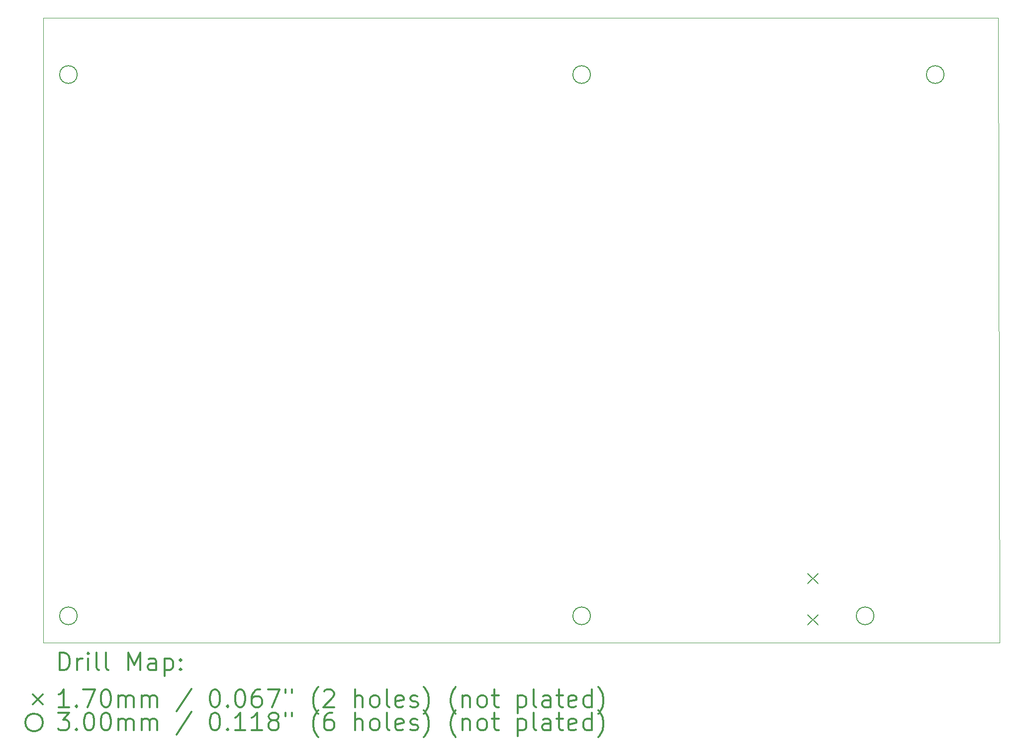
<source format=gbr>
%FSLAX45Y45*%
G04 Gerber Fmt 4.5, Leading zero omitted, Abs format (unit mm)*
G04 Created by KiCad (PCBNEW (5.1.7)-1) date 2020-11-18 10:27:59*
%MOMM*%
%LPD*%
G01*
G04 APERTURE LIST*
%TA.AperFunction,Profile*%
%ADD10C,0.050000*%
%TD*%
%ADD11C,0.200000*%
%ADD12C,0.300000*%
G04 APERTURE END LIST*
D10*
X3327400Y-3992200D02*
X3327400Y-4017600D01*
X19583400Y-3992200D02*
X3327400Y-3992200D01*
X19608800Y-14634800D02*
X19583400Y-3992200D01*
X3327400Y-14634800D02*
X19608800Y-14634800D01*
X3327400Y-4017600D02*
X3327400Y-14634800D01*
D11*
X16348800Y-13457600D02*
X16518800Y-13627600D01*
X16518800Y-13457600D02*
X16348800Y-13627600D01*
X16348800Y-14157600D02*
X16518800Y-14327600D01*
X16518800Y-14157600D02*
X16348800Y-14327600D01*
X3909200Y-4957400D02*
G75*
G03*
X3909200Y-4957400I-150000J0D01*
G01*
X3909200Y-14177600D02*
G75*
G03*
X3909200Y-14177600I-150000J0D01*
G01*
X18666600Y-4957400D02*
G75*
G03*
X18666600Y-4957400I-150000J0D01*
G01*
X12646800Y-4957400D02*
G75*
G03*
X12646800Y-4957400I-150000J0D01*
G01*
X17472800Y-14177600D02*
G75*
G03*
X17472800Y-14177600I-150000J0D01*
G01*
X12646800Y-14177600D02*
G75*
G03*
X12646800Y-14177600I-150000J0D01*
G01*
D12*
X3611328Y-15103014D02*
X3611328Y-14803014D01*
X3682757Y-14803014D01*
X3725614Y-14817300D01*
X3754186Y-14845871D01*
X3768471Y-14874443D01*
X3782757Y-14931586D01*
X3782757Y-14974443D01*
X3768471Y-15031586D01*
X3754186Y-15060157D01*
X3725614Y-15088729D01*
X3682757Y-15103014D01*
X3611328Y-15103014D01*
X3911328Y-15103014D02*
X3911328Y-14903014D01*
X3911328Y-14960157D02*
X3925614Y-14931586D01*
X3939900Y-14917300D01*
X3968471Y-14903014D01*
X3997043Y-14903014D01*
X4097043Y-15103014D02*
X4097043Y-14903014D01*
X4097043Y-14803014D02*
X4082757Y-14817300D01*
X4097043Y-14831586D01*
X4111328Y-14817300D01*
X4097043Y-14803014D01*
X4097043Y-14831586D01*
X4282757Y-15103014D02*
X4254186Y-15088729D01*
X4239900Y-15060157D01*
X4239900Y-14803014D01*
X4439900Y-15103014D02*
X4411328Y-15088729D01*
X4397043Y-15060157D01*
X4397043Y-14803014D01*
X4782757Y-15103014D02*
X4782757Y-14803014D01*
X4882757Y-15017300D01*
X4982757Y-14803014D01*
X4982757Y-15103014D01*
X5254186Y-15103014D02*
X5254186Y-14945871D01*
X5239900Y-14917300D01*
X5211328Y-14903014D01*
X5154186Y-14903014D01*
X5125614Y-14917300D01*
X5254186Y-15088729D02*
X5225614Y-15103014D01*
X5154186Y-15103014D01*
X5125614Y-15088729D01*
X5111328Y-15060157D01*
X5111328Y-15031586D01*
X5125614Y-15003014D01*
X5154186Y-14988729D01*
X5225614Y-14988729D01*
X5254186Y-14974443D01*
X5397043Y-14903014D02*
X5397043Y-15203014D01*
X5397043Y-14917300D02*
X5425614Y-14903014D01*
X5482757Y-14903014D01*
X5511328Y-14917300D01*
X5525614Y-14931586D01*
X5539900Y-14960157D01*
X5539900Y-15045871D01*
X5525614Y-15074443D01*
X5511328Y-15088729D01*
X5482757Y-15103014D01*
X5425614Y-15103014D01*
X5397043Y-15088729D01*
X5668471Y-15074443D02*
X5682757Y-15088729D01*
X5668471Y-15103014D01*
X5654186Y-15088729D01*
X5668471Y-15074443D01*
X5668471Y-15103014D01*
X5668471Y-14917300D02*
X5682757Y-14931586D01*
X5668471Y-14945871D01*
X5654186Y-14931586D01*
X5668471Y-14917300D01*
X5668471Y-14945871D01*
X3154900Y-15512300D02*
X3324900Y-15682300D01*
X3324900Y-15512300D02*
X3154900Y-15682300D01*
X3768471Y-15733014D02*
X3597043Y-15733014D01*
X3682757Y-15733014D02*
X3682757Y-15433014D01*
X3654186Y-15475871D01*
X3625614Y-15504443D01*
X3597043Y-15518729D01*
X3897043Y-15704443D02*
X3911328Y-15718729D01*
X3897043Y-15733014D01*
X3882757Y-15718729D01*
X3897043Y-15704443D01*
X3897043Y-15733014D01*
X4011328Y-15433014D02*
X4211328Y-15433014D01*
X4082757Y-15733014D01*
X4382757Y-15433014D02*
X4411328Y-15433014D01*
X4439900Y-15447300D01*
X4454186Y-15461586D01*
X4468471Y-15490157D01*
X4482757Y-15547300D01*
X4482757Y-15618729D01*
X4468471Y-15675871D01*
X4454186Y-15704443D01*
X4439900Y-15718729D01*
X4411328Y-15733014D01*
X4382757Y-15733014D01*
X4354186Y-15718729D01*
X4339900Y-15704443D01*
X4325614Y-15675871D01*
X4311328Y-15618729D01*
X4311328Y-15547300D01*
X4325614Y-15490157D01*
X4339900Y-15461586D01*
X4354186Y-15447300D01*
X4382757Y-15433014D01*
X4611328Y-15733014D02*
X4611328Y-15533014D01*
X4611328Y-15561586D02*
X4625614Y-15547300D01*
X4654186Y-15533014D01*
X4697043Y-15533014D01*
X4725614Y-15547300D01*
X4739900Y-15575871D01*
X4739900Y-15733014D01*
X4739900Y-15575871D02*
X4754186Y-15547300D01*
X4782757Y-15533014D01*
X4825614Y-15533014D01*
X4854186Y-15547300D01*
X4868471Y-15575871D01*
X4868471Y-15733014D01*
X5011328Y-15733014D02*
X5011328Y-15533014D01*
X5011328Y-15561586D02*
X5025614Y-15547300D01*
X5054186Y-15533014D01*
X5097043Y-15533014D01*
X5125614Y-15547300D01*
X5139900Y-15575871D01*
X5139900Y-15733014D01*
X5139900Y-15575871D02*
X5154186Y-15547300D01*
X5182757Y-15533014D01*
X5225614Y-15533014D01*
X5254186Y-15547300D01*
X5268471Y-15575871D01*
X5268471Y-15733014D01*
X5854186Y-15418729D02*
X5597043Y-15804443D01*
X6239900Y-15433014D02*
X6268471Y-15433014D01*
X6297043Y-15447300D01*
X6311328Y-15461586D01*
X6325614Y-15490157D01*
X6339900Y-15547300D01*
X6339900Y-15618729D01*
X6325614Y-15675871D01*
X6311328Y-15704443D01*
X6297043Y-15718729D01*
X6268471Y-15733014D01*
X6239900Y-15733014D01*
X6211328Y-15718729D01*
X6197043Y-15704443D01*
X6182757Y-15675871D01*
X6168471Y-15618729D01*
X6168471Y-15547300D01*
X6182757Y-15490157D01*
X6197043Y-15461586D01*
X6211328Y-15447300D01*
X6239900Y-15433014D01*
X6468471Y-15704443D02*
X6482757Y-15718729D01*
X6468471Y-15733014D01*
X6454186Y-15718729D01*
X6468471Y-15704443D01*
X6468471Y-15733014D01*
X6668471Y-15433014D02*
X6697043Y-15433014D01*
X6725614Y-15447300D01*
X6739900Y-15461586D01*
X6754186Y-15490157D01*
X6768471Y-15547300D01*
X6768471Y-15618729D01*
X6754186Y-15675871D01*
X6739900Y-15704443D01*
X6725614Y-15718729D01*
X6697043Y-15733014D01*
X6668471Y-15733014D01*
X6639900Y-15718729D01*
X6625614Y-15704443D01*
X6611328Y-15675871D01*
X6597043Y-15618729D01*
X6597043Y-15547300D01*
X6611328Y-15490157D01*
X6625614Y-15461586D01*
X6639900Y-15447300D01*
X6668471Y-15433014D01*
X7025614Y-15433014D02*
X6968471Y-15433014D01*
X6939900Y-15447300D01*
X6925614Y-15461586D01*
X6897043Y-15504443D01*
X6882757Y-15561586D01*
X6882757Y-15675871D01*
X6897043Y-15704443D01*
X6911328Y-15718729D01*
X6939900Y-15733014D01*
X6997043Y-15733014D01*
X7025614Y-15718729D01*
X7039900Y-15704443D01*
X7054186Y-15675871D01*
X7054186Y-15604443D01*
X7039900Y-15575871D01*
X7025614Y-15561586D01*
X6997043Y-15547300D01*
X6939900Y-15547300D01*
X6911328Y-15561586D01*
X6897043Y-15575871D01*
X6882757Y-15604443D01*
X7154186Y-15433014D02*
X7354186Y-15433014D01*
X7225614Y-15733014D01*
X7454186Y-15433014D02*
X7454186Y-15490157D01*
X7568471Y-15433014D02*
X7568471Y-15490157D01*
X8011328Y-15847300D02*
X7997043Y-15833014D01*
X7968471Y-15790157D01*
X7954186Y-15761586D01*
X7939900Y-15718729D01*
X7925614Y-15647300D01*
X7925614Y-15590157D01*
X7939900Y-15518729D01*
X7954186Y-15475871D01*
X7968471Y-15447300D01*
X7997043Y-15404443D01*
X8011328Y-15390157D01*
X8111328Y-15461586D02*
X8125614Y-15447300D01*
X8154186Y-15433014D01*
X8225614Y-15433014D01*
X8254186Y-15447300D01*
X8268471Y-15461586D01*
X8282757Y-15490157D01*
X8282757Y-15518729D01*
X8268471Y-15561586D01*
X8097043Y-15733014D01*
X8282757Y-15733014D01*
X8639900Y-15733014D02*
X8639900Y-15433014D01*
X8768471Y-15733014D02*
X8768471Y-15575871D01*
X8754186Y-15547300D01*
X8725614Y-15533014D01*
X8682757Y-15533014D01*
X8654186Y-15547300D01*
X8639900Y-15561586D01*
X8954186Y-15733014D02*
X8925614Y-15718729D01*
X8911328Y-15704443D01*
X8897043Y-15675871D01*
X8897043Y-15590157D01*
X8911328Y-15561586D01*
X8925614Y-15547300D01*
X8954186Y-15533014D01*
X8997043Y-15533014D01*
X9025614Y-15547300D01*
X9039900Y-15561586D01*
X9054186Y-15590157D01*
X9054186Y-15675871D01*
X9039900Y-15704443D01*
X9025614Y-15718729D01*
X8997043Y-15733014D01*
X8954186Y-15733014D01*
X9225614Y-15733014D02*
X9197043Y-15718729D01*
X9182757Y-15690157D01*
X9182757Y-15433014D01*
X9454186Y-15718729D02*
X9425614Y-15733014D01*
X9368471Y-15733014D01*
X9339900Y-15718729D01*
X9325614Y-15690157D01*
X9325614Y-15575871D01*
X9339900Y-15547300D01*
X9368471Y-15533014D01*
X9425614Y-15533014D01*
X9454186Y-15547300D01*
X9468471Y-15575871D01*
X9468471Y-15604443D01*
X9325614Y-15633014D01*
X9582757Y-15718729D02*
X9611328Y-15733014D01*
X9668471Y-15733014D01*
X9697043Y-15718729D01*
X9711328Y-15690157D01*
X9711328Y-15675871D01*
X9697043Y-15647300D01*
X9668471Y-15633014D01*
X9625614Y-15633014D01*
X9597043Y-15618729D01*
X9582757Y-15590157D01*
X9582757Y-15575871D01*
X9597043Y-15547300D01*
X9625614Y-15533014D01*
X9668471Y-15533014D01*
X9697043Y-15547300D01*
X9811328Y-15847300D02*
X9825614Y-15833014D01*
X9854186Y-15790157D01*
X9868471Y-15761586D01*
X9882757Y-15718729D01*
X9897043Y-15647300D01*
X9897043Y-15590157D01*
X9882757Y-15518729D01*
X9868471Y-15475871D01*
X9854186Y-15447300D01*
X9825614Y-15404443D01*
X9811328Y-15390157D01*
X10354186Y-15847300D02*
X10339900Y-15833014D01*
X10311328Y-15790157D01*
X10297043Y-15761586D01*
X10282757Y-15718729D01*
X10268471Y-15647300D01*
X10268471Y-15590157D01*
X10282757Y-15518729D01*
X10297043Y-15475871D01*
X10311328Y-15447300D01*
X10339900Y-15404443D01*
X10354186Y-15390157D01*
X10468471Y-15533014D02*
X10468471Y-15733014D01*
X10468471Y-15561586D02*
X10482757Y-15547300D01*
X10511328Y-15533014D01*
X10554186Y-15533014D01*
X10582757Y-15547300D01*
X10597043Y-15575871D01*
X10597043Y-15733014D01*
X10782757Y-15733014D02*
X10754186Y-15718729D01*
X10739900Y-15704443D01*
X10725614Y-15675871D01*
X10725614Y-15590157D01*
X10739900Y-15561586D01*
X10754186Y-15547300D01*
X10782757Y-15533014D01*
X10825614Y-15533014D01*
X10854186Y-15547300D01*
X10868471Y-15561586D01*
X10882757Y-15590157D01*
X10882757Y-15675871D01*
X10868471Y-15704443D01*
X10854186Y-15718729D01*
X10825614Y-15733014D01*
X10782757Y-15733014D01*
X10968471Y-15533014D02*
X11082757Y-15533014D01*
X11011328Y-15433014D02*
X11011328Y-15690157D01*
X11025614Y-15718729D01*
X11054186Y-15733014D01*
X11082757Y-15733014D01*
X11411328Y-15533014D02*
X11411328Y-15833014D01*
X11411328Y-15547300D02*
X11439900Y-15533014D01*
X11497043Y-15533014D01*
X11525614Y-15547300D01*
X11539900Y-15561586D01*
X11554186Y-15590157D01*
X11554186Y-15675871D01*
X11539900Y-15704443D01*
X11525614Y-15718729D01*
X11497043Y-15733014D01*
X11439900Y-15733014D01*
X11411328Y-15718729D01*
X11725614Y-15733014D02*
X11697043Y-15718729D01*
X11682757Y-15690157D01*
X11682757Y-15433014D01*
X11968471Y-15733014D02*
X11968471Y-15575871D01*
X11954186Y-15547300D01*
X11925614Y-15533014D01*
X11868471Y-15533014D01*
X11839900Y-15547300D01*
X11968471Y-15718729D02*
X11939900Y-15733014D01*
X11868471Y-15733014D01*
X11839900Y-15718729D01*
X11825614Y-15690157D01*
X11825614Y-15661586D01*
X11839900Y-15633014D01*
X11868471Y-15618729D01*
X11939900Y-15618729D01*
X11968471Y-15604443D01*
X12068471Y-15533014D02*
X12182757Y-15533014D01*
X12111328Y-15433014D02*
X12111328Y-15690157D01*
X12125614Y-15718729D01*
X12154186Y-15733014D01*
X12182757Y-15733014D01*
X12397043Y-15718729D02*
X12368471Y-15733014D01*
X12311328Y-15733014D01*
X12282757Y-15718729D01*
X12268471Y-15690157D01*
X12268471Y-15575871D01*
X12282757Y-15547300D01*
X12311328Y-15533014D01*
X12368471Y-15533014D01*
X12397043Y-15547300D01*
X12411328Y-15575871D01*
X12411328Y-15604443D01*
X12268471Y-15633014D01*
X12668471Y-15733014D02*
X12668471Y-15433014D01*
X12668471Y-15718729D02*
X12639900Y-15733014D01*
X12582757Y-15733014D01*
X12554186Y-15718729D01*
X12539900Y-15704443D01*
X12525614Y-15675871D01*
X12525614Y-15590157D01*
X12539900Y-15561586D01*
X12554186Y-15547300D01*
X12582757Y-15533014D01*
X12639900Y-15533014D01*
X12668471Y-15547300D01*
X12782757Y-15847300D02*
X12797043Y-15833014D01*
X12825614Y-15790157D01*
X12839900Y-15761586D01*
X12854186Y-15718729D01*
X12868471Y-15647300D01*
X12868471Y-15590157D01*
X12854186Y-15518729D01*
X12839900Y-15475871D01*
X12825614Y-15447300D01*
X12797043Y-15404443D01*
X12782757Y-15390157D01*
X3324900Y-15993300D02*
G75*
G03*
X3324900Y-15993300I-150000J0D01*
G01*
X3582757Y-15829014D02*
X3768471Y-15829014D01*
X3668471Y-15943300D01*
X3711328Y-15943300D01*
X3739900Y-15957586D01*
X3754186Y-15971871D01*
X3768471Y-16000443D01*
X3768471Y-16071871D01*
X3754186Y-16100443D01*
X3739900Y-16114729D01*
X3711328Y-16129014D01*
X3625614Y-16129014D01*
X3597043Y-16114729D01*
X3582757Y-16100443D01*
X3897043Y-16100443D02*
X3911328Y-16114729D01*
X3897043Y-16129014D01*
X3882757Y-16114729D01*
X3897043Y-16100443D01*
X3897043Y-16129014D01*
X4097043Y-15829014D02*
X4125614Y-15829014D01*
X4154186Y-15843300D01*
X4168471Y-15857586D01*
X4182757Y-15886157D01*
X4197043Y-15943300D01*
X4197043Y-16014729D01*
X4182757Y-16071871D01*
X4168471Y-16100443D01*
X4154186Y-16114729D01*
X4125614Y-16129014D01*
X4097043Y-16129014D01*
X4068471Y-16114729D01*
X4054186Y-16100443D01*
X4039900Y-16071871D01*
X4025614Y-16014729D01*
X4025614Y-15943300D01*
X4039900Y-15886157D01*
X4054186Y-15857586D01*
X4068471Y-15843300D01*
X4097043Y-15829014D01*
X4382757Y-15829014D02*
X4411328Y-15829014D01*
X4439900Y-15843300D01*
X4454186Y-15857586D01*
X4468471Y-15886157D01*
X4482757Y-15943300D01*
X4482757Y-16014729D01*
X4468471Y-16071871D01*
X4454186Y-16100443D01*
X4439900Y-16114729D01*
X4411328Y-16129014D01*
X4382757Y-16129014D01*
X4354186Y-16114729D01*
X4339900Y-16100443D01*
X4325614Y-16071871D01*
X4311328Y-16014729D01*
X4311328Y-15943300D01*
X4325614Y-15886157D01*
X4339900Y-15857586D01*
X4354186Y-15843300D01*
X4382757Y-15829014D01*
X4611328Y-16129014D02*
X4611328Y-15929014D01*
X4611328Y-15957586D02*
X4625614Y-15943300D01*
X4654186Y-15929014D01*
X4697043Y-15929014D01*
X4725614Y-15943300D01*
X4739900Y-15971871D01*
X4739900Y-16129014D01*
X4739900Y-15971871D02*
X4754186Y-15943300D01*
X4782757Y-15929014D01*
X4825614Y-15929014D01*
X4854186Y-15943300D01*
X4868471Y-15971871D01*
X4868471Y-16129014D01*
X5011328Y-16129014D02*
X5011328Y-15929014D01*
X5011328Y-15957586D02*
X5025614Y-15943300D01*
X5054186Y-15929014D01*
X5097043Y-15929014D01*
X5125614Y-15943300D01*
X5139900Y-15971871D01*
X5139900Y-16129014D01*
X5139900Y-15971871D02*
X5154186Y-15943300D01*
X5182757Y-15929014D01*
X5225614Y-15929014D01*
X5254186Y-15943300D01*
X5268471Y-15971871D01*
X5268471Y-16129014D01*
X5854186Y-15814729D02*
X5597043Y-16200443D01*
X6239900Y-15829014D02*
X6268471Y-15829014D01*
X6297043Y-15843300D01*
X6311328Y-15857586D01*
X6325614Y-15886157D01*
X6339900Y-15943300D01*
X6339900Y-16014729D01*
X6325614Y-16071871D01*
X6311328Y-16100443D01*
X6297043Y-16114729D01*
X6268471Y-16129014D01*
X6239900Y-16129014D01*
X6211328Y-16114729D01*
X6197043Y-16100443D01*
X6182757Y-16071871D01*
X6168471Y-16014729D01*
X6168471Y-15943300D01*
X6182757Y-15886157D01*
X6197043Y-15857586D01*
X6211328Y-15843300D01*
X6239900Y-15829014D01*
X6468471Y-16100443D02*
X6482757Y-16114729D01*
X6468471Y-16129014D01*
X6454186Y-16114729D01*
X6468471Y-16100443D01*
X6468471Y-16129014D01*
X6768471Y-16129014D02*
X6597043Y-16129014D01*
X6682757Y-16129014D02*
X6682757Y-15829014D01*
X6654186Y-15871871D01*
X6625614Y-15900443D01*
X6597043Y-15914729D01*
X7054186Y-16129014D02*
X6882757Y-16129014D01*
X6968471Y-16129014D02*
X6968471Y-15829014D01*
X6939900Y-15871871D01*
X6911328Y-15900443D01*
X6882757Y-15914729D01*
X7225614Y-15957586D02*
X7197043Y-15943300D01*
X7182757Y-15929014D01*
X7168471Y-15900443D01*
X7168471Y-15886157D01*
X7182757Y-15857586D01*
X7197043Y-15843300D01*
X7225614Y-15829014D01*
X7282757Y-15829014D01*
X7311328Y-15843300D01*
X7325614Y-15857586D01*
X7339900Y-15886157D01*
X7339900Y-15900443D01*
X7325614Y-15929014D01*
X7311328Y-15943300D01*
X7282757Y-15957586D01*
X7225614Y-15957586D01*
X7197043Y-15971871D01*
X7182757Y-15986157D01*
X7168471Y-16014729D01*
X7168471Y-16071871D01*
X7182757Y-16100443D01*
X7197043Y-16114729D01*
X7225614Y-16129014D01*
X7282757Y-16129014D01*
X7311328Y-16114729D01*
X7325614Y-16100443D01*
X7339900Y-16071871D01*
X7339900Y-16014729D01*
X7325614Y-15986157D01*
X7311328Y-15971871D01*
X7282757Y-15957586D01*
X7454186Y-15829014D02*
X7454186Y-15886157D01*
X7568471Y-15829014D02*
X7568471Y-15886157D01*
X8011328Y-16243300D02*
X7997043Y-16229014D01*
X7968471Y-16186157D01*
X7954186Y-16157586D01*
X7939900Y-16114729D01*
X7925614Y-16043300D01*
X7925614Y-15986157D01*
X7939900Y-15914729D01*
X7954186Y-15871871D01*
X7968471Y-15843300D01*
X7997043Y-15800443D01*
X8011328Y-15786157D01*
X8254186Y-15829014D02*
X8197043Y-15829014D01*
X8168471Y-15843300D01*
X8154186Y-15857586D01*
X8125614Y-15900443D01*
X8111328Y-15957586D01*
X8111328Y-16071871D01*
X8125614Y-16100443D01*
X8139900Y-16114729D01*
X8168471Y-16129014D01*
X8225614Y-16129014D01*
X8254186Y-16114729D01*
X8268471Y-16100443D01*
X8282757Y-16071871D01*
X8282757Y-16000443D01*
X8268471Y-15971871D01*
X8254186Y-15957586D01*
X8225614Y-15943300D01*
X8168471Y-15943300D01*
X8139900Y-15957586D01*
X8125614Y-15971871D01*
X8111328Y-16000443D01*
X8639900Y-16129014D02*
X8639900Y-15829014D01*
X8768471Y-16129014D02*
X8768471Y-15971871D01*
X8754186Y-15943300D01*
X8725614Y-15929014D01*
X8682757Y-15929014D01*
X8654186Y-15943300D01*
X8639900Y-15957586D01*
X8954186Y-16129014D02*
X8925614Y-16114729D01*
X8911328Y-16100443D01*
X8897043Y-16071871D01*
X8897043Y-15986157D01*
X8911328Y-15957586D01*
X8925614Y-15943300D01*
X8954186Y-15929014D01*
X8997043Y-15929014D01*
X9025614Y-15943300D01*
X9039900Y-15957586D01*
X9054186Y-15986157D01*
X9054186Y-16071871D01*
X9039900Y-16100443D01*
X9025614Y-16114729D01*
X8997043Y-16129014D01*
X8954186Y-16129014D01*
X9225614Y-16129014D02*
X9197043Y-16114729D01*
X9182757Y-16086157D01*
X9182757Y-15829014D01*
X9454186Y-16114729D02*
X9425614Y-16129014D01*
X9368471Y-16129014D01*
X9339900Y-16114729D01*
X9325614Y-16086157D01*
X9325614Y-15971871D01*
X9339900Y-15943300D01*
X9368471Y-15929014D01*
X9425614Y-15929014D01*
X9454186Y-15943300D01*
X9468471Y-15971871D01*
X9468471Y-16000443D01*
X9325614Y-16029014D01*
X9582757Y-16114729D02*
X9611328Y-16129014D01*
X9668471Y-16129014D01*
X9697043Y-16114729D01*
X9711328Y-16086157D01*
X9711328Y-16071871D01*
X9697043Y-16043300D01*
X9668471Y-16029014D01*
X9625614Y-16029014D01*
X9597043Y-16014729D01*
X9582757Y-15986157D01*
X9582757Y-15971871D01*
X9597043Y-15943300D01*
X9625614Y-15929014D01*
X9668471Y-15929014D01*
X9697043Y-15943300D01*
X9811328Y-16243300D02*
X9825614Y-16229014D01*
X9854186Y-16186157D01*
X9868471Y-16157586D01*
X9882757Y-16114729D01*
X9897043Y-16043300D01*
X9897043Y-15986157D01*
X9882757Y-15914729D01*
X9868471Y-15871871D01*
X9854186Y-15843300D01*
X9825614Y-15800443D01*
X9811328Y-15786157D01*
X10354186Y-16243300D02*
X10339900Y-16229014D01*
X10311328Y-16186157D01*
X10297043Y-16157586D01*
X10282757Y-16114729D01*
X10268471Y-16043300D01*
X10268471Y-15986157D01*
X10282757Y-15914729D01*
X10297043Y-15871871D01*
X10311328Y-15843300D01*
X10339900Y-15800443D01*
X10354186Y-15786157D01*
X10468471Y-15929014D02*
X10468471Y-16129014D01*
X10468471Y-15957586D02*
X10482757Y-15943300D01*
X10511328Y-15929014D01*
X10554186Y-15929014D01*
X10582757Y-15943300D01*
X10597043Y-15971871D01*
X10597043Y-16129014D01*
X10782757Y-16129014D02*
X10754186Y-16114729D01*
X10739900Y-16100443D01*
X10725614Y-16071871D01*
X10725614Y-15986157D01*
X10739900Y-15957586D01*
X10754186Y-15943300D01*
X10782757Y-15929014D01*
X10825614Y-15929014D01*
X10854186Y-15943300D01*
X10868471Y-15957586D01*
X10882757Y-15986157D01*
X10882757Y-16071871D01*
X10868471Y-16100443D01*
X10854186Y-16114729D01*
X10825614Y-16129014D01*
X10782757Y-16129014D01*
X10968471Y-15929014D02*
X11082757Y-15929014D01*
X11011328Y-15829014D02*
X11011328Y-16086157D01*
X11025614Y-16114729D01*
X11054186Y-16129014D01*
X11082757Y-16129014D01*
X11411328Y-15929014D02*
X11411328Y-16229014D01*
X11411328Y-15943300D02*
X11439900Y-15929014D01*
X11497043Y-15929014D01*
X11525614Y-15943300D01*
X11539900Y-15957586D01*
X11554186Y-15986157D01*
X11554186Y-16071871D01*
X11539900Y-16100443D01*
X11525614Y-16114729D01*
X11497043Y-16129014D01*
X11439900Y-16129014D01*
X11411328Y-16114729D01*
X11725614Y-16129014D02*
X11697043Y-16114729D01*
X11682757Y-16086157D01*
X11682757Y-15829014D01*
X11968471Y-16129014D02*
X11968471Y-15971871D01*
X11954186Y-15943300D01*
X11925614Y-15929014D01*
X11868471Y-15929014D01*
X11839900Y-15943300D01*
X11968471Y-16114729D02*
X11939900Y-16129014D01*
X11868471Y-16129014D01*
X11839900Y-16114729D01*
X11825614Y-16086157D01*
X11825614Y-16057586D01*
X11839900Y-16029014D01*
X11868471Y-16014729D01*
X11939900Y-16014729D01*
X11968471Y-16000443D01*
X12068471Y-15929014D02*
X12182757Y-15929014D01*
X12111328Y-15829014D02*
X12111328Y-16086157D01*
X12125614Y-16114729D01*
X12154186Y-16129014D01*
X12182757Y-16129014D01*
X12397043Y-16114729D02*
X12368471Y-16129014D01*
X12311328Y-16129014D01*
X12282757Y-16114729D01*
X12268471Y-16086157D01*
X12268471Y-15971871D01*
X12282757Y-15943300D01*
X12311328Y-15929014D01*
X12368471Y-15929014D01*
X12397043Y-15943300D01*
X12411328Y-15971871D01*
X12411328Y-16000443D01*
X12268471Y-16029014D01*
X12668471Y-16129014D02*
X12668471Y-15829014D01*
X12668471Y-16114729D02*
X12639900Y-16129014D01*
X12582757Y-16129014D01*
X12554186Y-16114729D01*
X12539900Y-16100443D01*
X12525614Y-16071871D01*
X12525614Y-15986157D01*
X12539900Y-15957586D01*
X12554186Y-15943300D01*
X12582757Y-15929014D01*
X12639900Y-15929014D01*
X12668471Y-15943300D01*
X12782757Y-16243300D02*
X12797043Y-16229014D01*
X12825614Y-16186157D01*
X12839900Y-16157586D01*
X12854186Y-16114729D01*
X12868471Y-16043300D01*
X12868471Y-15986157D01*
X12854186Y-15914729D01*
X12839900Y-15871871D01*
X12825614Y-15843300D01*
X12797043Y-15800443D01*
X12782757Y-15786157D01*
M02*

</source>
